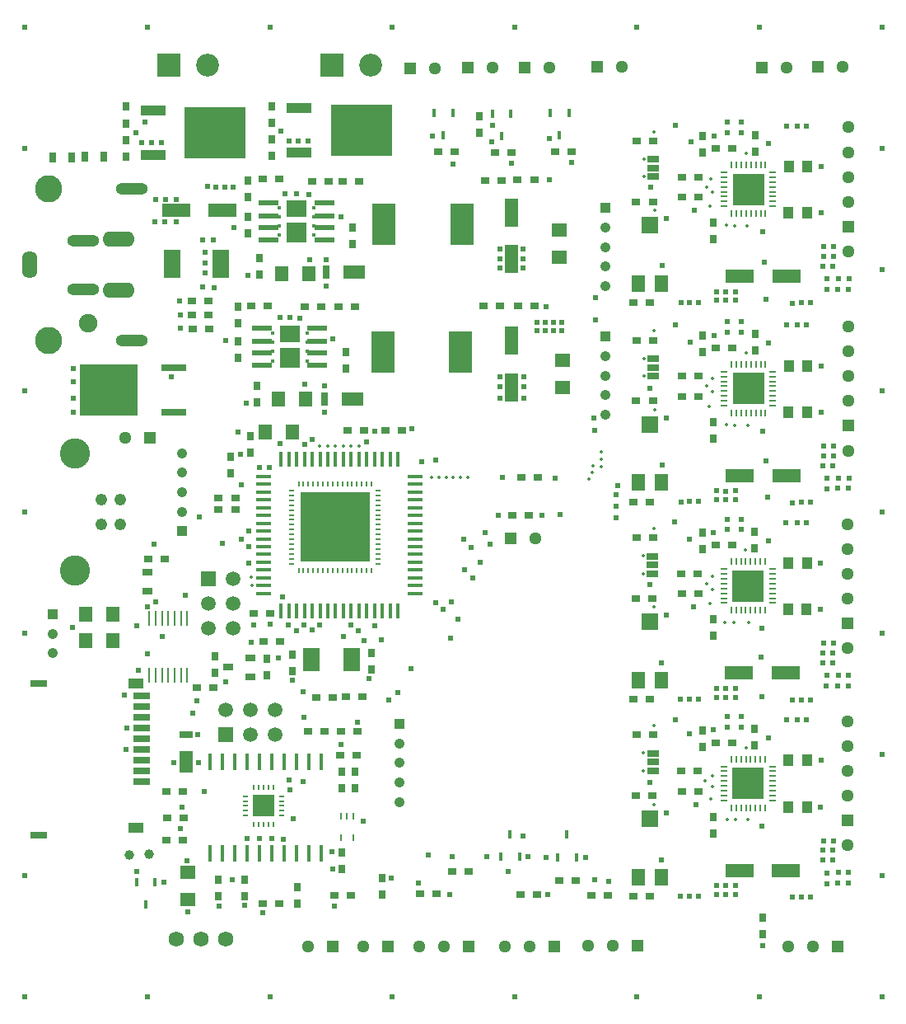
<source format=gbr>
G04 DipTrace 2.4.0.1*
%INTopPaste.gbr*%
%MOIN*%
%ADD25R,0.0551X0.1181*%
%ADD28R,0.1181X0.0551*%
%ADD44R,0.0591X0.0591*%
%ADD46C,0.0591*%
%ADD60R,0.0591X0.0394*%
%ADD61R,0.0709X0.0315*%
%ADD62R,0.061X0.0394*%
%ADD75R,0.05X0.025*%
%ADD90R,0.0413X0.0256*%
%ADD91R,0.0157X0.0709*%
%ADD115C,0.014*%
%ADD116C,0.024*%
%ADD118R,0.0668X0.092*%
%ADD121R,0.2341X0.2105*%
%ADD123R,0.1003X0.0314*%
%ADD125R,0.1259X0.1259*%
%ADD127O,0.0314X0.0038*%
%ADD129O,0.0038X0.0314*%
%ADD130R,0.0077X0.0629*%
%ADD134R,0.0837X0.0652*%
%ADD136R,0.0837X0.0806*%
%ADD138R,0.0176X0.0117*%
%ADD140R,0.0786X0.0235*%
%ADD142R,0.0077X0.0274*%
%ADD144R,0.0885X0.0885*%
%ADD146R,0.2833X0.2833*%
%ADD148O,0.0038X0.0255*%
%ADD150O,0.0255X0.0038*%
%ADD152R,0.0117X0.0629*%
%ADD154R,0.0629X0.0117*%
%ADD156C,0.0392*%
%ADD160R,0.0707X0.0707*%
%ADD162R,0.055X0.0707*%
%ADD164R,0.0432X0.0511*%
%ADD166R,0.1042X0.0412*%
%ADD168R,0.2479X0.2105*%
%ADD170R,0.0176X0.0333*%
%ADD172R,0.0944X0.1692*%
%ADD174C,0.0412*%
%ADD176C,0.0412*%
%ADD178R,0.0412X0.0412*%
%ADD186R,0.0392X0.0314*%
%ADD188R,0.0314X0.0392*%
%ADD190R,0.0707X0.1172*%
%ADD192R,0.055X0.0278*%
%ADD194R,0.055X0.0904*%
%ADD196R,0.0278X0.055*%
%ADD198R,0.0904X0.055*%
%ADD202C,0.0625*%
%ADD204C,0.092*%
%ADD208R,0.092X0.092*%
%ADD210C,0.0511*%
%ADD211C,0.0511*%
%ADD213R,0.0511X0.0511*%
%ADD217C,0.1219*%
%ADD221C,0.0479*%
%ADD224C,0.0747*%
%ADD228C,0.1101*%
%ADD230O,0.1298X0.0629*%
%ADD233O,0.1298X0.0471*%
%ADD237O,0.0629X0.1101*%
%ADD239R,0.0629X0.055*%
%ADD241R,0.0353X0.0314*%
%ADD245R,0.0314X0.0353*%
%ADD247R,0.055X0.0629*%
%FSLAX44Y44*%
G04*
G70*
G90*
G75*
G01*
%LNTopPaste*%
%LPD*%
D116*
X4493Y10413D3*
X5000Y13610D3*
X7420Y9880D3*
X6330Y25480D3*
X19960Y5480D3*
X23460Y5130D3*
X19960Y5480D3*
X17040Y16340D3*
X24325Y19775D3*
Y20225D3*
X17350Y16080D3*
X18830Y17975D3*
X6020Y5050D3*
X6900Y16650D3*
X9460Y17950D3*
X11700Y11720D3*
X11660Y12750D3*
X4430Y12590D3*
X10830Y16570D3*
X17700Y6080D3*
X18200Y17660D3*
X17950Y15680D3*
X8870Y31500D3*
X17610Y4540D3*
X18550Y17350D3*
X17680Y16380D3*
X8525Y26925D3*
X6700Y7200D3*
X6760Y8060D3*
X5360Y14280D3*
X7371Y12359D3*
X23500Y27770D3*
X16475Y22045D3*
X23490Y28660D3*
X23470Y23310D3*
X17050Y22120D3*
X23450Y23790D3*
X24325Y20700D3*
X24395Y21080D3*
X16900Y35190D3*
X19290Y34960D3*
X21650Y35110D3*
X2370Y25820D3*
Y25280D3*
X4930Y15390D3*
X7790Y33160D3*
X30170Y33510D3*
Y33050D3*
X30150Y32580D3*
X29690Y33080D3*
Y33520D3*
X29680Y32610D3*
X29220D3*
X29230Y33050D3*
X29210Y33520D3*
D115*
X28810Y31590D3*
X29150Y31580D3*
X29650D3*
X28130Y32380D3*
X28240Y32940D3*
X28000Y33150D3*
X28180Y33460D3*
X29590Y34500D3*
D116*
X30500Y34890D3*
X28290Y35210D3*
X32630Y33980D3*
X32620Y32100D3*
X30260Y31340D3*
X28410Y28560D3*
Y28920D3*
X29180D3*
X28770Y28560D3*
Y28910D3*
X29180Y28560D3*
X29400Y35330D3*
X28850D3*
X29400Y35760D3*
X28850D3*
X32040Y35620D3*
X31670D3*
X31230D3*
X26730Y35630D3*
D115*
X25893Y32195D3*
X25453Y33555D3*
Y34275D3*
X25873Y35385D3*
D116*
X26380Y31870D3*
X9890Y6790D3*
X10940Y32880D3*
X11410Y32870D3*
X11900Y32850D3*
X13210Y31950D3*
X11930Y30190D3*
X12610Y30210D3*
X12600Y29150D3*
X9440Y29580D3*
X7610Y31010D3*
X8030D3*
X7590Y29100D3*
X8060Y29080D3*
X7700Y29670D3*
Y30080D3*
X7710Y30490D3*
X10770Y35410D3*
X11100Y35020D3*
X11470Y35010D3*
X11860Y35020D3*
X5140Y34950D3*
X5540D3*
X5930D3*
X4910Y35340D3*
X12550Y25110D3*
Y24040D3*
X11720Y25160D3*
X9370Y24410D3*
X9400Y6790D3*
X10730Y27860D3*
X11130D3*
X11540Y27850D3*
X12870Y27000D3*
X19320Y35650D3*
X17750Y34080D3*
X20110Y34110D3*
X33133Y30735D3*
X33123Y30345D3*
X33113Y29945D3*
X32733Y30735D3*
X32723Y30345D3*
X32713Y29945D3*
X32883Y29435D3*
X33753Y29445D3*
X33333D3*
X32863Y29005D3*
X33733Y29015D3*
X33313D3*
X31483Y28445D3*
X32213Y28455D3*
X31843D3*
X26953Y28475D3*
X27683Y28485D3*
X27313D3*
X33133Y22675D3*
X26193Y29955D3*
X33123Y22285D3*
X33113Y21885D3*
X32733Y22675D3*
X32723Y22285D3*
X32713Y21885D3*
X32883Y21375D3*
X33753Y21385D3*
X33333D3*
X30170Y25450D3*
Y24990D3*
X30150Y24520D3*
X29690Y25020D3*
Y25460D3*
X29680Y24550D3*
X29220D3*
X29230Y24990D3*
X29210Y25460D3*
D115*
X28800Y23540D3*
X29140Y23510D3*
X29670Y23500D3*
X28090Y24270D3*
X28220Y24860D3*
X28000Y25090D3*
X28240Y25390D3*
X29590Y26440D3*
D116*
X30500Y26830D3*
X28290Y27150D3*
X32630Y25920D3*
X32620Y24040D3*
X30260Y23280D3*
X28410Y20500D3*
Y20860D3*
X29180D3*
X28770Y20500D3*
Y20850D3*
X29180Y20500D3*
X29400Y27270D3*
X28850D3*
X29400Y27700D3*
X28850D3*
X32040Y27560D3*
X31670D3*
X31230D3*
X26730Y27570D3*
D115*
X25893Y24135D3*
X25453Y25495D3*
Y26215D3*
X25873Y27325D3*
D116*
X26380Y23810D3*
X32863Y20945D3*
X33733Y20955D3*
X33313D3*
X31483Y20385D3*
X32213Y20395D3*
X31843D3*
X26953Y20415D3*
X27683Y20425D3*
X27313D3*
X26193Y21895D3*
X33120Y14695D3*
X33110Y14305D3*
X33100Y13905D3*
X32720Y14695D3*
X32710Y14305D3*
X32700Y13905D3*
X32870Y13395D3*
X33740Y13405D3*
X33320D3*
X30157Y17469D3*
Y17009D3*
X30137Y16539D3*
X29677Y17039D3*
Y17479D3*
X29667Y16569D3*
X29207D3*
X29217Y17009D3*
X29197Y17479D3*
D115*
X28750Y15550D3*
X29100Y15540D3*
X29690Y15550D3*
X28130Y16320D3*
X28220Y16870D3*
X27987Y17109D3*
X28220Y17400D3*
X29577Y18459D3*
D116*
X30487Y18849D3*
X28277Y19169D3*
X32617Y17939D3*
X32607Y16059D3*
X30247Y15299D3*
X28397Y12519D3*
Y12879D3*
X29167D3*
X28757Y12519D3*
Y12869D3*
X29167Y12519D3*
X29387Y19289D3*
X28837D3*
X29387Y19719D3*
X28837D3*
X32027Y19579D3*
X31657D3*
X31217D3*
X26717Y19589D3*
D115*
X25880Y16155D3*
X25440Y17515D3*
Y18235D3*
X25860Y19345D3*
D116*
X26367Y15829D3*
X32850Y12965D3*
X33720Y12975D3*
X33300D3*
X31470Y12405D3*
X32200Y12415D3*
X31830D3*
X26940Y12435D3*
X27670Y12445D3*
X27300D3*
X26180Y13915D3*
X33123Y6715D3*
X33113Y6325D3*
X33103Y5925D3*
X32723Y6715D3*
X32713Y6325D3*
X32703Y5925D3*
X32873Y5415D3*
X33743Y5425D3*
X33323D3*
X30160Y9490D3*
Y9030D3*
X30140Y8560D3*
X29680Y9060D3*
Y9500D3*
X29670Y8590D3*
X29210D3*
X29220Y9030D3*
X29200Y9500D3*
D115*
X28840Y7580D3*
X29160Y7560D3*
X29670Y7580D3*
X28170Y8420D3*
X28225Y8900D3*
X27950Y9125D3*
X28225Y9350D3*
X29590Y10470D3*
D116*
X30490Y10870D3*
X28280Y11190D3*
X32620Y9960D3*
X32610Y8080D3*
X30250Y7320D3*
X28400Y4540D3*
Y4900D3*
X29170D3*
X28760Y4540D3*
Y4890D3*
X29170Y4540D3*
X29390Y11310D3*
X28840D3*
X29390Y11740D3*
X28840D3*
X32030Y11600D3*
X31660D3*
X31220D3*
X26720Y11610D3*
D115*
X25883Y8175D3*
X25443Y9535D3*
Y10255D3*
X25863Y11365D3*
D116*
X26370Y7850D3*
X32853Y4985D3*
X33723Y4995D3*
X33303D3*
X31473Y4425D3*
X32203Y4435D3*
X31833D3*
X26943Y4455D3*
X27673Y4465D3*
X27303D3*
X26183Y5935D3*
X22530Y34130D3*
X19625Y30250D3*
X20575D3*
Y29875D3*
X19625D3*
X20575Y30625D3*
X19625D3*
X21625Y33450D3*
X410Y39590D3*
X8140Y33150D3*
X19100Y6080D3*
X21500Y6025D3*
X10390Y6790D3*
X10880Y6780D3*
X8490Y33150D3*
X11275Y7600D3*
X11130Y8780D3*
X11680Y9090D3*
X11100Y9180D3*
X9825Y8375D3*
X4520Y11260D3*
X8840Y33140D3*
X15510Y12700D3*
X15140Y12410D3*
X14850Y14830D3*
X14560Y15410D3*
X14120Y14820D3*
X13900Y15200D3*
X13600Y15425D3*
X13300Y14970D3*
X11700Y15425D3*
X12350D3*
X12025Y15225D3*
X11230Y13220D3*
X14330Y13260D3*
X8540Y13150D3*
X20600Y25475D3*
Y25075D3*
Y24600D3*
X19625Y25475D3*
Y25075D3*
Y24600D3*
X21500Y28300D3*
X21150Y27675D3*
X21475D3*
X21800D3*
X22125D3*
X21150Y27350D3*
X21475D3*
X21800D3*
X22125D3*
X10310Y21820D3*
X9900D3*
X14575Y23275D3*
X10250Y8375D3*
Y7900D3*
X19050Y19175D3*
X18175Y18900D3*
X18475Y18575D3*
X9850Y7875D3*
X10725Y22775D3*
X11725Y22725D3*
X12025Y22950D3*
X14220Y22830D3*
X16070Y23380D3*
X9025Y23250D3*
X9475Y18600D3*
X9180Y18900D3*
X11390Y15200D3*
X11075Y15425D3*
X5375Y16175D3*
X20775Y6070D3*
X16730Y6130D3*
X15225Y5210D3*
X30260Y2460D3*
X24040Y5080D3*
X21555Y4550D3*
X16340Y5020D3*
X13200Y10590D3*
X12850Y6260D3*
X10030Y3800D3*
X12925Y4060D3*
X19560Y19870D3*
X21350Y19875D3*
X19740Y21390D3*
X9675Y15450D3*
X10325Y15475D3*
X9125Y22325D3*
X21860Y21360D3*
X5700Y16360D3*
X5980Y14970D3*
X5640Y18710D3*
X2325Y15350D3*
X23100Y6050D3*
X6990Y3825D3*
X8255Y4075D3*
X9300Y4100D3*
X7410Y11010D3*
X10675Y14100D3*
X9575Y14750D3*
X9180Y21110D3*
X9475Y19250D3*
X7670Y8700D3*
X6675Y28550D3*
X6700Y27975D3*
Y27425D3*
X6100Y32650D3*
X6075Y31725D3*
X6525D3*
Y32650D3*
X5700D3*
X5675Y31725D3*
X410Y410D3*
X35090Y39590D3*
Y410D3*
X4930Y5460D3*
X6970Y5920D3*
X8790Y5140D3*
X13860Y11520D3*
X12870Y5560D3*
X14110Y7490D3*
X6430Y9880D3*
X12960Y19400D3*
X11910Y20430D3*
X14070Y20460D3*
Y18250D3*
X11870Y18230D3*
X410Y5300D3*
Y15100D3*
Y20000D3*
Y24900D3*
Y34690D3*
X35090D3*
Y29790D3*
Y24900D3*
X5360Y39590D3*
X35090Y20000D3*
Y15100D3*
Y10200D3*
Y5310D3*
X10320Y39590D3*
X15270D3*
X20230D3*
X25180D3*
X30130D3*
X5360Y410D3*
X10320D3*
X15270D3*
X20230D3*
X25180D3*
X30130D3*
X20570Y6890D3*
X7210Y11880D3*
X16040Y13680D3*
X17640Y14920D3*
D115*
X16870Y21400D3*
D116*
X19240Y18710D3*
X22080Y19890D3*
X25700Y9070D3*
X27560Y8180D3*
X27300Y11030D3*
X25710Y17060D3*
X27290Y18900D3*
X30250Y12540D3*
X30210Y14130D3*
X27480Y16180D3*
X30460Y20590D3*
X30390Y22080D3*
X25700Y25020D3*
X27340Y26860D3*
X30350Y30100D3*
X30400Y28600D3*
X25720Y33130D3*
X27360Y34970D3*
X27510Y32210D3*
X5260Y35760D3*
X7460Y19800D3*
X8410Y18730D3*
X2370Y24610D3*
Y24040D3*
D115*
X12350Y22670D3*
X12670Y22680D3*
X12980Y22670D3*
X13290D3*
X13610D3*
X13920Y22660D3*
X9560Y17360D3*
X9600Y17030D3*
X17170Y21400D3*
X17460D3*
X18020D3*
X17740D3*
X18320D3*
X23750Y22450D3*
Y22150D3*
X23740Y21850D3*
X23390Y21880D3*
X23380Y21590D3*
X23220Y21340D3*
D25*
X20100Y26925D3*
Y25035D3*
X20110Y32120D3*
Y30230D3*
D247*
X11250Y23250D3*
X10148D3*
D245*
X8110Y14180D3*
Y13511D3*
D28*
X8410Y32200D3*
X6520D3*
D241*
X7850Y28530D3*
X7181D3*
X13180Y10180D3*
X13849D3*
X7850Y27970D3*
X7181D3*
X10700Y4170D3*
X10031D3*
X13605Y4510D3*
X12936D3*
D247*
X3975Y15875D3*
X2873D3*
D239*
X6995Y5425D3*
Y4323D3*
D241*
X10750Y14775D3*
X10081D3*
X15000Y23310D3*
X15669D3*
X7860Y27420D3*
X7191D3*
D247*
X11892Y29650D3*
X10790D3*
D239*
X22175Y26150D3*
Y25048D3*
D245*
X9805Y24425D3*
Y25095D3*
D241*
X10230Y28340D3*
X9561D3*
D245*
X13415Y26485D3*
Y25815D3*
D247*
X11770Y24570D3*
X10668D3*
D239*
X22030Y31410D3*
Y30308D3*
D245*
X9892Y29600D3*
Y30269D3*
D241*
X10690Y33460D3*
X10021D3*
D245*
X13672Y31520D3*
Y30851D3*
X9300Y5152D3*
Y4483D3*
X8250Y5127D3*
Y4458D3*
X13240Y5580D3*
Y6249D3*
X14425Y14300D3*
Y13631D3*
D247*
X3975Y14800D3*
X2873D3*
D245*
X9525Y22400D3*
Y23069D3*
D241*
X14140Y23290D3*
X13471D3*
D245*
X11225Y14250D3*
Y13581D3*
D241*
X6070Y18110D3*
X5401D3*
D245*
X28270Y31700D3*
Y31031D3*
D241*
X29050Y34700D3*
X28381D3*
D245*
X29960Y35250D3*
Y34581D3*
D241*
X27660Y33550D3*
X26991D3*
D245*
X27850Y35200D3*
Y34531D3*
D28*
X31220Y29540D3*
X29330D3*
D245*
X28270Y23640D3*
Y22971D3*
D241*
X29050Y26640D3*
X28381D3*
D245*
X29960Y27190D3*
Y26521D3*
D241*
X27660Y25490D3*
X26991D3*
D245*
X27850Y27140D3*
Y26471D3*
D28*
X31220Y21480D3*
X29330D3*
D245*
X28257Y15659D3*
Y14990D3*
D241*
X29037Y18659D3*
X28368D3*
D245*
X29947Y19209D3*
Y18540D3*
D241*
X27647Y17509D3*
X26978D3*
D245*
X27837Y19159D3*
Y18490D3*
D28*
X31207Y13499D3*
X29317D3*
D245*
X28260Y7680D3*
Y7011D3*
D241*
X29040Y10680D3*
X28371D3*
D245*
X29950Y11230D3*
Y10561D3*
D241*
X27650Y9530D3*
X26981D3*
D245*
X27840Y11180D3*
Y10511D3*
D28*
X31210Y5520D3*
X29320D3*
D237*
X590Y30000D3*
D233*
X2756Y30984D3*
D230*
X4193Y28976D3*
Y31024D3*
D233*
X2756Y29016D3*
D228*
X1378Y26929D3*
Y33071D3*
D233*
X4724Y26929D3*
Y33071D3*
D224*
X2953Y27638D3*
D221*
X4285Y19508D3*
Y20492D3*
X3498D3*
Y19508D3*
D217*
X2431Y22370D3*
Y17630D3*
D213*
X33720Y31550D3*
D210*
Y32550D3*
Y33550D3*
Y34550D3*
D213*
Y23490D3*
D210*
Y24490D3*
Y25490D3*
Y26490D3*
D213*
X33707Y15509D3*
D210*
Y16509D3*
Y17509D3*
Y18509D3*
D213*
X33710Y7530D3*
D210*
Y8530D3*
Y9530D3*
Y10530D3*
D208*
X6240Y38080D3*
D204*
X7800D3*
D208*
X12850D3*
D204*
X14410D3*
D213*
X16010Y37950D3*
D210*
X17010D3*
D213*
X33290Y2450D3*
D210*
X32290D3*
X31290D3*
D213*
X25200Y2480D3*
D210*
X24200D3*
X23200D3*
D213*
X21830Y2450D3*
D210*
X20830D3*
X19830D3*
D213*
X18370D3*
D210*
X17370D3*
X16370D3*
D213*
X15090Y2440D3*
D210*
X14090D3*
D213*
X12860Y2430D3*
D210*
X11860D3*
D202*
X8550Y2750D3*
X7550D3*
X6550D3*
D213*
X20650Y37970D3*
D210*
X21650D3*
D213*
X18320D3*
D210*
X19320D3*
D213*
X32490Y37990D3*
D210*
X33490D3*
D213*
X30230Y37980D3*
D210*
X31230D3*
D213*
X23560Y37990D3*
D210*
X24560D3*
D241*
X21050Y28325D3*
X20381D3*
D198*
X13722Y29720D3*
D196*
X12611D3*
D198*
X13652Y24562D3*
D196*
X12540D3*
D241*
X21019Y33440D3*
X20350D3*
X11880Y11130D3*
X12549D3*
X12190Y12520D3*
X12859D3*
D194*
X6930Y9890D3*
D192*
Y11002D3*
D190*
X6360Y30030D3*
X8329D3*
D188*
X1522Y34350D3*
X2309D3*
D186*
X5380Y17578D3*
Y16791D3*
D188*
X2822Y34370D3*
X3609D3*
G36*
X4786Y12283D2*
X5474D1*
Y12008D1*
X4786D1*
Y12283D1*
G37*
G36*
Y11850D2*
X5474D1*
Y11575D1*
X4786D1*
Y11850D1*
G37*
G36*
Y11417D2*
X5474D1*
Y11142D1*
X4786D1*
Y11417D1*
G37*
G36*
Y10984D2*
X5474D1*
Y10709D1*
X4786D1*
Y10984D1*
G37*
G36*
Y10551D2*
X5474D1*
Y10276D1*
X4786D1*
Y10551D1*
G37*
G36*
Y10118D2*
X5474D1*
Y9843D1*
X4786D1*
Y10118D1*
G37*
G36*
Y9685D2*
X5474D1*
Y9409D1*
X4786D1*
Y9685D1*
G37*
G36*
Y9252D2*
X5474D1*
Y8976D1*
X4786D1*
Y9252D1*
G37*
G36*
Y12717D2*
X5474D1*
Y12441D1*
X4786D1*
Y12717D1*
G37*
D60*
X4894Y13071D3*
D61*
X957D3*
D62*
X4894Y7244D3*
D61*
X957Y6929D3*
D178*
X23900Y27090D3*
D174*
Y26303D3*
Y25515D3*
D176*
Y24728D3*
Y23940D3*
D178*
Y32290D3*
D174*
Y31503D3*
Y30715D3*
D176*
Y29928D3*
Y29140D3*
D178*
X1520Y15870D3*
D174*
Y15081D3*
Y14292D3*
D178*
X6775Y19230D3*
D174*
Y20017D3*
Y20805D3*
D176*
Y21592D3*
Y22380D3*
D44*
X7840Y17300D3*
D46*
X8840D3*
X7840Y16300D3*
X8840D3*
X7840Y15300D3*
X8840D3*
D213*
X20075Y18925D3*
D210*
X21075D3*
D44*
X8540Y11010D3*
D46*
Y12010D3*
X9540Y11010D3*
Y12010D3*
X10540Y11010D3*
Y12010D3*
D213*
X5460Y23020D3*
D210*
X4460D3*
D178*
X15580Y11430D3*
D174*
Y10643D3*
Y9855D3*
D176*
Y9068D3*
Y8280D3*
D172*
X14890Y26480D3*
X18040D3*
X14940Y31650D3*
X18090D3*
D170*
X21975Y6050D3*
X22723D3*
X22349Y6956D3*
X19675Y6075D3*
X20423D3*
X20049Y6981D3*
D168*
X14030Y35440D3*
D166*
X11510Y36338D3*
Y34542D3*
D168*
X8110Y35350D3*
D166*
X5590Y36248D3*
Y34452D3*
D170*
X5675Y5050D3*
X4927D3*
X5301Y4144D3*
X17720Y36140D3*
X16972D3*
X17346Y35234D3*
X22420Y36130D3*
X21672D3*
X22046Y35224D3*
X20080Y36110D3*
X19332D3*
X19706Y35204D3*
D241*
X13190Y11150D3*
X13859D3*
D245*
X4510Y35720D3*
Y36389D3*
X10400Y34410D3*
Y35079D3*
D241*
X19440Y34540D3*
X20109D3*
D164*
X31316Y32106D3*
X32064D3*
X31320Y33980D3*
X32068D3*
D241*
X10325Y15900D3*
X9656D3*
X20125Y19875D3*
X20794D3*
D245*
X11420Y4850D3*
Y4181D3*
D241*
X8920Y20110D3*
X8251D3*
D164*
X31316Y24046D3*
X32064D3*
D241*
X17120Y34560D3*
X17789D3*
X6140Y8720D3*
X6809D3*
D164*
X31320Y25920D3*
X32068D3*
X31303Y16065D3*
X32051D3*
X31307Y17939D3*
X32055D3*
X31306Y8086D3*
X32054D3*
X31310Y9960D3*
X32058D3*
D245*
X4510Y34370D3*
Y35039D3*
X30255Y2935D3*
Y3605D3*
D241*
X23990Y4510D3*
X23321D3*
X21124Y4525D3*
X20455D3*
X16400Y4580D3*
X17069D3*
X13100Y28290D3*
X13769D3*
X11740D3*
X12409D3*
D245*
X9050Y28310D3*
Y27641D3*
X9040Y26900D3*
Y26231D3*
D241*
X13260Y33380D3*
X13929D3*
X12040D3*
X12709D3*
D245*
X9430Y33390D3*
Y32721D3*
Y31940D3*
Y31271D3*
D241*
X19625Y28325D3*
X18956D3*
X19709Y33420D3*
X19040D3*
X22025Y5100D3*
X22694D3*
D245*
X10190Y13415D3*
Y14085D3*
D241*
X8040Y12910D3*
X7371D3*
D245*
X10400Y35740D3*
Y36409D3*
D241*
X21870Y34570D3*
X22539D3*
D245*
X13240Y9500D3*
Y8831D3*
X18805Y36000D3*
Y35330D3*
X13780Y9500D3*
Y8831D3*
D241*
X17700Y5480D3*
X18369D3*
X13410Y12530D3*
X14079D3*
X6840Y7640D3*
X6171D3*
X27000Y32740D3*
X27669D3*
X25150Y32550D3*
X25819D3*
X25171Y35010D3*
X25840D3*
X25710Y28480D3*
X25041D3*
D162*
X26170Y29250D3*
D160*
X25707Y31612D3*
D162*
X25245Y29250D3*
D241*
X6790Y6750D3*
X6121D3*
D245*
X14860Y5200D3*
Y4531D3*
D241*
X27000Y24680D3*
X27669D3*
X25150Y24490D3*
X25819D3*
X25171Y26950D3*
X25840D3*
X25710Y20420D3*
X25041D3*
D162*
X26170Y21190D3*
D160*
X25707Y23552D3*
D162*
X25245Y21190D3*
D241*
X8920Y20580D3*
X8251D3*
D245*
X8725Y22225D3*
Y21556D3*
D241*
X26987Y16699D3*
X27657D3*
X25137Y16509D3*
X25807D3*
X25158Y18969D3*
X25827D3*
X25697Y12439D3*
X25028D3*
D162*
X26157Y13209D3*
D160*
X25695Y15572D3*
D162*
X25232Y13209D3*
D241*
X21180Y21390D3*
X20511D3*
X26990Y8720D3*
X27659D3*
X25140Y8530D3*
X25809D3*
X25161Y10990D3*
X25830D3*
X25700Y4460D3*
X25031D3*
D162*
X26160Y5230D3*
D160*
X25697Y7592D3*
D162*
X25235Y5230D3*
D75*
X25830Y34260D3*
Y33910D3*
Y33560D3*
Y26200D3*
Y25850D3*
Y25500D3*
X25817Y18219D3*
Y17869D3*
Y17519D3*
X25820Y10240D3*
Y9890D3*
Y9540D3*
D156*
X4630Y6150D3*
X5420Y6160D3*
D154*
X10070Y21440D3*
Y21125D3*
Y20810D3*
Y20495D3*
Y20180D3*
Y19865D3*
Y19550D3*
Y19235D3*
Y18920D3*
Y18605D3*
Y18290D3*
Y17975D3*
Y17660D3*
Y17346D3*
Y17031D3*
Y16716D3*
D152*
X10779Y16007D3*
X11094D3*
X11409D3*
X11724D3*
X12039D3*
X12353D3*
X12668D3*
X12983D3*
X13298D3*
X13613D3*
X13928D3*
X14243D3*
X14558D3*
X14873D3*
X15188D3*
X15503D3*
D154*
X16212Y16716D3*
Y17031D3*
Y17346D3*
Y17660D3*
Y17975D3*
Y18290D3*
Y18605D3*
Y18920D3*
Y19235D3*
Y19550D3*
Y19865D3*
Y20180D3*
Y20495D3*
Y20810D3*
Y21125D3*
Y21440D3*
D152*
X15503Y22149D3*
X15188D3*
X14873D3*
X14558D3*
X14243D3*
X13928D3*
X13613D3*
X13298D3*
X12983D3*
X12668D3*
X12353D3*
X12039D3*
X11724D3*
X11409D3*
X11094D3*
X10779D3*
D150*
X11210Y20870D3*
Y20673D3*
Y20476D3*
Y20279D3*
Y20083D3*
Y19886D3*
Y19689D3*
Y19492D3*
Y19295D3*
Y19098D3*
Y18901D3*
Y18705D3*
Y18508D3*
Y18311D3*
Y18114D3*
Y17917D3*
D148*
X11486Y17642D3*
X11682D3*
X11879D3*
X12076D3*
X12273D3*
X12470D3*
X12667D3*
X12864D3*
X13060D3*
X13257D3*
X13454D3*
X13651D3*
X13848D3*
X14045D3*
X14241D3*
X14438D3*
D150*
X14714Y17917D3*
Y18114D3*
Y18311D3*
Y18508D3*
Y18705D3*
Y18901D3*
Y19098D3*
Y19295D3*
Y19492D3*
Y19689D3*
Y19886D3*
Y20083D3*
Y20279D3*
Y20476D3*
Y20673D3*
Y20870D3*
D148*
X14438Y21146D3*
X14241D3*
X14045D3*
X13848D3*
X13651D3*
X13454D3*
X13257D3*
X13060D3*
X12864D3*
X12667D3*
X12470D3*
X12273D3*
X12076D3*
X11879D3*
X11682D3*
X11486D3*
D146*
X12962Y19394D3*
D148*
X9675Y7375D3*
X9872D3*
X10069D3*
X10266D3*
X10462D3*
D150*
X10817Y7729D3*
Y7926D3*
Y8123D3*
Y8320D3*
Y8517D3*
D148*
X10462Y8871D3*
X10266D3*
X10069D3*
X9872D3*
X9675D3*
D150*
X9321Y8517D3*
Y8320D3*
Y8123D3*
Y7926D3*
Y7729D3*
D144*
X10069Y8123D3*
D142*
X13700Y7720D3*
X13444D3*
X13188D3*
Y6854D3*
X13700D3*
D140*
X12250Y25930D3*
Y26450D3*
Y26910D3*
Y27430D3*
X9990D3*
Y26910D3*
Y26450D3*
Y25930D3*
D138*
X11819Y26119D3*
Y26493D3*
Y26867D3*
Y27241D3*
X10421D3*
Y26867D3*
Y26493D3*
Y26119D3*
D136*
X11120Y26237D3*
D134*
Y27204D3*
D140*
X12530Y31000D3*
Y31520D3*
Y31980D3*
Y32500D3*
X10270D3*
Y31980D3*
Y31520D3*
Y31000D3*
D138*
X12099Y31189D3*
Y31563D3*
Y31937D3*
Y32311D3*
X10701D3*
Y31937D3*
Y31563D3*
Y31189D3*
D136*
X11400Y31307D3*
D134*
Y32274D3*
D90*
X9550Y13350D3*
Y14098D3*
X8644Y13724D3*
D130*
X5450Y13420D3*
X5706D3*
X5962D3*
X6218D3*
X6474D3*
X6730D3*
X6985D3*
Y15703D3*
X6730D3*
X6474D3*
X6218D3*
X5962D3*
X5706D3*
X5450D3*
D129*
X30383Y34035D3*
X30186D3*
X29990D3*
X29793D3*
X29596D3*
X29399D3*
X29202D3*
X29005D3*
D127*
X28710Y33740D3*
Y33543D3*
Y33346D3*
Y33149D3*
Y32953D3*
Y32756D3*
Y32559D3*
Y32362D3*
D129*
X29005Y32067D3*
X29202D3*
X29399D3*
X29596D3*
X29793D3*
X29990D3*
X30186D3*
X30383D3*
D127*
X30679Y32362D3*
Y32559D3*
Y32756D3*
Y32953D3*
Y33149D3*
Y33346D3*
Y33543D3*
Y33740D3*
D125*
X29694Y33051D3*
D129*
X30383Y25975D3*
X30186D3*
X29990D3*
X29793D3*
X29596D3*
X29399D3*
X29202D3*
X29005D3*
D127*
X28710Y25680D3*
Y25483D3*
Y25286D3*
Y25089D3*
Y24893D3*
Y24696D3*
Y24499D3*
Y24302D3*
D129*
X29005Y24007D3*
X29202D3*
X29399D3*
X29596D3*
X29793D3*
X29990D3*
X30186D3*
X30383D3*
D127*
X30679Y24302D3*
Y24499D3*
Y24696D3*
Y24893D3*
Y25089D3*
Y25286D3*
Y25483D3*
Y25680D3*
D125*
X29694Y24991D3*
D129*
X30370Y17995D3*
X30174D3*
X29977D3*
X29780D3*
X29583D3*
X29386D3*
X29189D3*
X28993D3*
D127*
X28697Y17699D3*
Y17502D3*
Y17306D3*
Y17109D3*
Y16912D3*
Y16715D3*
Y16518D3*
Y16321D3*
D129*
X28993Y16026D3*
X29189D3*
X29386D3*
X29583D3*
X29780D3*
X29977D3*
X30174D3*
X30370D3*
D127*
X30666Y16321D3*
Y16518D3*
Y16715D3*
Y16912D3*
Y17109D3*
Y17306D3*
Y17502D3*
Y17699D3*
D125*
X29681Y17010D3*
D129*
X30373Y10015D3*
X30176D3*
X29980D3*
X29783D3*
X29586D3*
X29389D3*
X29192D3*
X28995D3*
D127*
X28700Y9720D3*
Y9523D3*
Y9326D3*
Y9129D3*
Y8933D3*
Y8736D3*
Y8539D3*
Y8342D3*
D129*
X28995Y8047D3*
X29192D3*
X29389D3*
X29586D3*
X29783D3*
X29980D3*
X30176D3*
X30373D3*
D127*
X30669Y8342D3*
Y8539D3*
Y8736D3*
Y8933D3*
Y9129D3*
Y9326D3*
Y9523D3*
Y9720D3*
D125*
X29684Y9031D3*
D123*
X6430Y24030D3*
Y25825D3*
D121*
X3792Y24928D3*
D91*
X7890Y6210D3*
X8390D3*
X8890D3*
X9390D3*
X9890D3*
X10390D3*
X10890D3*
X11390D3*
X11890D3*
X12390D3*
Y9911D3*
X11890D3*
X11390D3*
X10890D3*
X10390D3*
X9890D3*
X9390D3*
X8890D3*
X8390D3*
X7890D3*
D118*
X13625Y14025D3*
X12011D3*
D211*
X33723Y30545D3*
Y35555D3*
Y22485D3*
Y27495D3*
X33710Y14505D3*
Y19515D3*
X33713Y6525D3*
Y11535D3*
M02*

</source>
